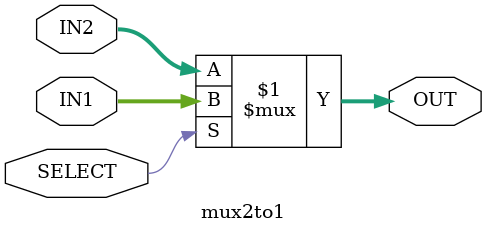
<source format=v>

module mux2to1(IN1, IN2, OUT, SELECT);
	input [7:0] IN1, IN2;
	input SELECT;
	output [7:0] OUT;
	assign OUT = (SELECT) ? IN1 : IN2;
endmodule
</source>
